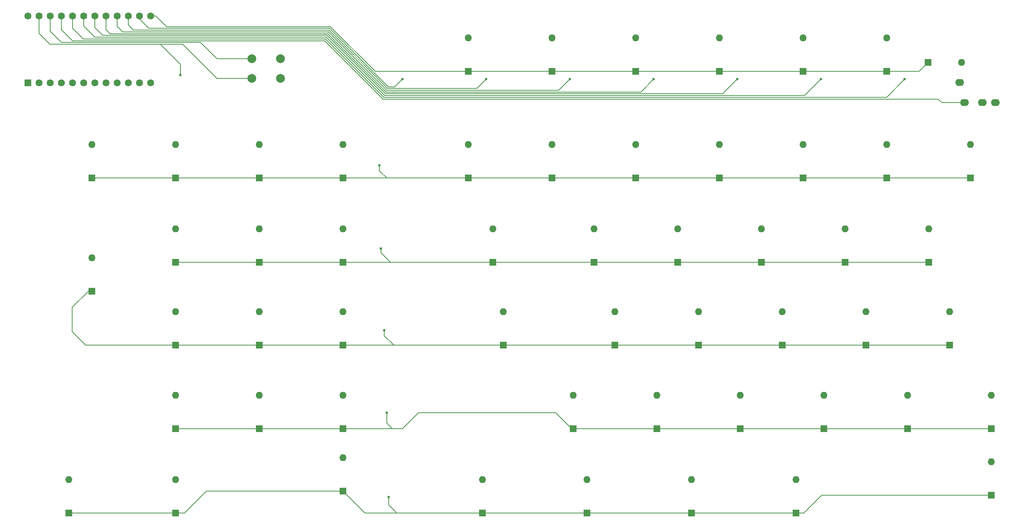
<source format=gbr>
%TF.GenerationSoftware,KiCad,Pcbnew,7.0.5*%
%TF.CreationDate,2023-06-22T07:55:22+00:00*%
%TF.ProjectId,Entry-left,456e7472-792d-46c6-9566-742e6b696361,rev?*%
%TF.SameCoordinates,Original*%
%TF.FileFunction,Copper,L1,Top*%
%TF.FilePolarity,Positive*%
%FSLAX46Y46*%
G04 Gerber Fmt 4.6, Leading zero omitted, Abs format (unit mm)*
G04 Created by KiCad (PCBNEW 7.0.5) date 2023-06-22 07:55:22*
%MOMM*%
%LPD*%
G01*
G04 APERTURE LIST*
%TA.AperFunction,ComponentPad*%
%ADD10C,2.000000*%
%TD*%
%TA.AperFunction,ComponentPad*%
%ADD11O,2.000000X1.600000*%
%TD*%
%TA.AperFunction,ComponentPad*%
%ADD12R,1.600000X1.600000*%
%TD*%
%TA.AperFunction,ComponentPad*%
%ADD13C,1.600000*%
%TD*%
%TA.AperFunction,ComponentPad*%
%ADD14O,1.600000X1.600000*%
%TD*%
%TA.AperFunction,ViaPad*%
%ADD15C,0.600000*%
%TD*%
%TA.AperFunction,Conductor*%
%ADD16C,0.200000*%
%TD*%
G04 APERTURE END LIST*
D10*
%TO.P,RESET1,1,1*%
%TO.N,RESET*%
X80769250Y-42829500D03*
X87269250Y-42829500D03*
%TO.P,RESET1,2,2*%
%TO.N,GND*%
X80769250Y-47329500D03*
X87269250Y-47329500D03*
%TD*%
D11*
%TO.P,U2,1,SLEEVE*%
%TO.N,GND*%
X241906750Y-48210750D03*
%TO.P,U2,2,TIP*%
%TO.N,VCC*%
X243006750Y-52810750D03*
%TO.P,U2,3,RING1*%
%TO.N,SCL*%
X247006750Y-52810750D03*
%TO.P,U2,4,RING2*%
%TO.N,unconnected-(U2-RING2-Pad4)*%
X250006750Y-52810750D03*
%TD*%
D12*
%TO.P,U1,1,TX*%
%TO.N,col1*%
X29780000Y-48320000D03*
D13*
%TO.P,U1,2,RX*%
%TO.N,col2*%
X32320000Y-48320000D03*
%TO.P,U1,3,GND*%
%TO.N,unconnected-(U1-GND-Pad3)*%
X34860000Y-48320000D03*
%TO.P,U1,4,GND*%
%TO.N,unconnected-(U1-GND-Pad4)*%
X37400000Y-48320000D03*
%TO.P,U1,5,SDA*%
%TO.N,col3*%
X39940000Y-48320000D03*
%TO.P,U1,6,SCL*%
%TO.N,SCL*%
X42480000Y-48320000D03*
%TO.P,U1,7,D4*%
%TO.N,col4*%
X45020000Y-48320000D03*
%TO.P,U1,8,C6*%
%TO.N,row2*%
X47560000Y-48320000D03*
%TO.P,U1,9,D7*%
%TO.N,row3*%
X50100000Y-48320000D03*
%TO.P,U1,10,E6*%
%TO.N,row4*%
X52640000Y-48320000D03*
%TO.P,U1,11,B4*%
%TO.N,row5*%
X55180000Y-48320000D03*
%TO.P,U1,12,B5*%
%TO.N,row6*%
X57720000Y-48320000D03*
%TO.P,U1,13,B6*%
%TO.N,row1*%
X57720000Y-33080000D03*
%TO.P,U1,14,B2*%
%TO.N,col5*%
X55180000Y-33080000D03*
%TO.P,U1,15,B3*%
%TO.N,col6*%
X52640000Y-33080000D03*
%TO.P,U1,16,B1*%
%TO.N,col7*%
X50100000Y-33080000D03*
%TO.P,U1,17,F7*%
%TO.N,col8*%
X47560000Y-33080000D03*
%TO.P,U1,18,F6*%
%TO.N,col9*%
X45020000Y-33080000D03*
%TO.P,U1,19,F5*%
%TO.N,col10*%
X42480000Y-33080000D03*
%TO.P,U1,20,F4*%
%TO.N,col11*%
X39940000Y-33080000D03*
%TO.P,U1,21,VCC*%
%TO.N,VCC*%
X37400000Y-33080000D03*
%TO.P,U1,22,RST*%
%TO.N,RESET*%
X34860000Y-33080000D03*
%TO.P,U1,23,GND*%
%TO.N,GND*%
X32320000Y-33080000D03*
%TO.P,U1,24,RAW*%
%TO.N,unconnected-(U1-RAW-Pad24)*%
X29780000Y-33080000D03*
%TD*%
D12*
%TO.P,D33,1,K*%
%TO.N,row3*%
X158628500Y-89187000D03*
D14*
%TO.P,D33,2,A*%
%TO.N,Net-(D33-A)*%
X158628500Y-81567000D03*
%TD*%
D12*
%TO.P,D38,1,K*%
%TO.N,row4*%
X137997500Y-108073500D03*
D14*
%TO.P,D38,2,A*%
%TO.N,Net-(D38-A)*%
X137997500Y-100453500D03*
%TD*%
D12*
%TO.P,D22,1,K*%
%TO.N,row1*%
X206238500Y-45702000D03*
D14*
%TO.P,D22,2,A*%
%TO.N,Net-(D22-A)*%
X206238500Y-38082000D03*
%TD*%
D12*
%TO.P,D30,1,K*%
%TO.N,row2*%
X225282500Y-69985500D03*
D14*
%TO.P,D30,2,A*%
%TO.N,Net-(D30-A)*%
X225282500Y-62365500D03*
%TD*%
D12*
%TO.P,D12,1,K*%
%TO.N,row5*%
X63408500Y-127117500D03*
D14*
%TO.P,D12,2,A*%
%TO.N,Net-(D12-A)*%
X63408500Y-119497500D03*
%TD*%
D12*
%TO.P,D48,1,K*%
%TO.N,row5*%
X230043500Y-127117500D03*
D14*
%TO.P,D48,2,A*%
%TO.N,Net-(D48-A)*%
X230043500Y-119497500D03*
%TD*%
D12*
%TO.P,D54,1,K*%
%TO.N,row6*%
X249087500Y-142250000D03*
D14*
%TO.P,D54,2,A*%
%TO.N,Net-(D54-A)*%
X249087500Y-134630000D03*
%TD*%
D12*
%TO.P,D52,1,K*%
%TO.N,row6*%
X180846500Y-146319000D03*
D14*
%TO.P,D52,2,A*%
%TO.N,Net-(D52-A)*%
X180846500Y-138699000D03*
%TD*%
D12*
%TO.P,D53,1,K*%
%TO.N,row6*%
X204651500Y-146319000D03*
D14*
%TO.P,D53,2,A*%
%TO.N,Net-(D53-A)*%
X204651500Y-138699000D03*
%TD*%
D12*
%TO.P,D23,1,K*%
%TO.N,row1*%
X225282500Y-45702000D03*
D14*
%TO.P,D23,2,A*%
%TO.N,Net-(D23-A)*%
X225282500Y-38082000D03*
%TD*%
D12*
%TO.P,D25,1,K*%
%TO.N,row2*%
X130062500Y-69985500D03*
D14*
%TO.P,D25,2,A*%
%TO.N,Net-(D25-A)*%
X130062500Y-62365500D03*
%TD*%
D12*
%TO.P,D50,1,K*%
%TO.N,row6*%
X133236500Y-146319000D03*
D14*
%TO.P,D50,2,A*%
%TO.N,Net-(D50-A)*%
X133236500Y-138699000D03*
%TD*%
D12*
%TO.P,D31,1,K*%
%TO.N,row2*%
X244326500Y-69985500D03*
D14*
%TO.P,D31,2,A*%
%TO.N,Net-(D31-A)*%
X244326500Y-62365500D03*
%TD*%
D12*
%TO.P,D26,1,K*%
%TO.N,row2*%
X149106500Y-69985500D03*
D14*
%TO.P,D26,2,A*%
%TO.N,Net-(D26-A)*%
X149106500Y-62365500D03*
%TD*%
D12*
%TO.P,D2,1,K*%
%TO.N,row2*%
X63408500Y-69985500D03*
D14*
%TO.P,D2,2,A*%
%TO.N,Net-(D2-A)*%
X63408500Y-62365500D03*
%TD*%
D12*
%TO.P,D46,1,K*%
%TO.N,row5*%
X191955500Y-127117500D03*
D14*
%TO.P,D46,2,A*%
%TO.N,Net-(D46-A)*%
X191955500Y-119497500D03*
%TD*%
D12*
%TO.P,D40,1,K*%
%TO.N,row4*%
X182433500Y-108073500D03*
D14*
%TO.P,D40,2,A*%
%TO.N,Net-(D40-A)*%
X182433500Y-100453500D03*
%TD*%
D12*
%TO.P,D13,1,K*%
%TO.N,row5*%
X82452500Y-127117500D03*
D14*
%TO.P,D13,2,A*%
%TO.N,Net-(D13-A)*%
X82452500Y-119497500D03*
%TD*%
D12*
%TO.P,D35,1,K*%
%TO.N,row3*%
X196716500Y-89187000D03*
D14*
%TO.P,D35,2,A*%
%TO.N,Net-(D35-A)*%
X196716500Y-81567000D03*
%TD*%
D12*
%TO.P,D36,1,K*%
%TO.N,row3*%
X215760500Y-89187000D03*
D14*
%TO.P,D36,2,A*%
%TO.N,Net-(D36-A)*%
X215760500Y-81567000D03*
%TD*%
D12*
%TO.P,D4,1,K*%
%TO.N,row2*%
X101496500Y-69985500D03*
D14*
%TO.P,D4,2,A*%
%TO.N,Net-(D4-A)*%
X101496500Y-62365500D03*
%TD*%
D12*
%TO.P,D45,1,K*%
%TO.N,row5*%
X172911500Y-127117500D03*
D14*
%TO.P,D45,2,A*%
%TO.N,Net-(D45-A)*%
X172911500Y-119497500D03*
%TD*%
D12*
%TO.P,D18,1,K*%
%TO.N,row1*%
X130062500Y-45702000D03*
D14*
%TO.P,D18,2,A*%
%TO.N,Net-(D18-A)*%
X130062500Y-38082000D03*
%TD*%
D12*
%TO.P,D51,1,K*%
%TO.N,row6*%
X157041500Y-146319000D03*
D14*
%TO.P,D51,2,A*%
%TO.N,Net-(D51-A)*%
X157041500Y-138699000D03*
%TD*%
D12*
%TO.P,D28,1,K*%
%TO.N,row2*%
X187194500Y-69985500D03*
D14*
%TO.P,D28,2,A*%
%TO.N,Net-(D28-A)*%
X187194500Y-62365500D03*
%TD*%
D12*
%TO.P,D42,1,K*%
%TO.N,row4*%
X220521500Y-108073500D03*
D14*
%TO.P,D42,2,A*%
%TO.N,Net-(D42-A)*%
X220521500Y-100453500D03*
%TD*%
D12*
%TO.P,D3,1,K*%
%TO.N,row2*%
X82452500Y-69985500D03*
D14*
%TO.P,D3,2,A*%
%TO.N,Net-(D3-A)*%
X82452500Y-62365500D03*
%TD*%
D12*
%TO.P,D24,1,K*%
%TO.N,row1*%
X234670000Y-43670000D03*
D14*
%TO.P,D24,2,A*%
%TO.N,Net-(D24-A)*%
X242290000Y-43670000D03*
%TD*%
D12*
%TO.P,D44,1,K*%
%TO.N,row5*%
X153867500Y-127117500D03*
D14*
%TO.P,D44,2,A*%
%TO.N,Net-(D44-A)*%
X153867500Y-119497500D03*
%TD*%
D12*
%TO.P,D8,1,K*%
%TO.N,row4*%
X44364500Y-95768750D03*
D14*
%TO.P,D8,2,A*%
%TO.N,Net-(D8-A)*%
X44364500Y-88148750D03*
%TD*%
D12*
%TO.P,D47,1,K*%
%TO.N,row5*%
X210999500Y-127117500D03*
D14*
%TO.P,D47,2,A*%
%TO.N,Net-(D47-A)*%
X210999500Y-119497500D03*
%TD*%
D12*
%TO.P,D37,1,K*%
%TO.N,row3*%
X234804500Y-89187000D03*
D14*
%TO.P,D37,2,A*%
%TO.N,Net-(D37-A)*%
X234804500Y-81567000D03*
%TD*%
D12*
%TO.P,D14,1,K*%
%TO.N,row5*%
X101496500Y-127117500D03*
D14*
%TO.P,D14,2,A*%
%TO.N,Net-(D14-A)*%
X101496500Y-119497500D03*
%TD*%
D12*
%TO.P,D20,1,K*%
%TO.N,row1*%
X168150500Y-45702000D03*
D14*
%TO.P,D20,2,A*%
%TO.N,Net-(D20-A)*%
X168150500Y-38082000D03*
%TD*%
D12*
%TO.P,D19,1,K*%
%TO.N,row1*%
X149106500Y-45702000D03*
D14*
%TO.P,D19,2,A*%
%TO.N,Net-(D19-A)*%
X149106500Y-38082000D03*
%TD*%
D12*
%TO.P,D21,1,K*%
%TO.N,row1*%
X187194500Y-45702000D03*
D14*
%TO.P,D21,2,A*%
%TO.N,Net-(D21-A)*%
X187194500Y-38082000D03*
%TD*%
D12*
%TO.P,D7,1,K*%
%TO.N,row3*%
X101496500Y-89187000D03*
D14*
%TO.P,D7,2,A*%
%TO.N,Net-(D7-A)*%
X101496500Y-81567000D03*
%TD*%
D12*
%TO.P,D39,1,K*%
%TO.N,row4*%
X163389500Y-108073500D03*
D14*
%TO.P,D39,2,A*%
%TO.N,Net-(D39-A)*%
X163389500Y-100453500D03*
%TD*%
D12*
%TO.P,D49,1,K*%
%TO.N,row5*%
X249087500Y-127117500D03*
D14*
%TO.P,D49,2,A*%
%TO.N,Net-(D49-A)*%
X249087500Y-119497500D03*
%TD*%
D12*
%TO.P,D10,1,K*%
%TO.N,row4*%
X82452500Y-108073500D03*
D14*
%TO.P,D10,2,A*%
%TO.N,Net-(D10-A)*%
X82452500Y-100453500D03*
%TD*%
D12*
%TO.P,D29,1,K*%
%TO.N,row2*%
X206238500Y-69985500D03*
D14*
%TO.P,D29,2,A*%
%TO.N,Net-(D29-A)*%
X206238500Y-62365500D03*
%TD*%
D12*
%TO.P,D32,1,K*%
%TO.N,row3*%
X135617000Y-89187000D03*
D14*
%TO.P,D32,2,A*%
%TO.N,Net-(D32-A)*%
X135617000Y-81567000D03*
%TD*%
D12*
%TO.P,D41,1,K*%
%TO.N,row4*%
X201477500Y-108073500D03*
D14*
%TO.P,D41,2,A*%
%TO.N,Net-(D41-A)*%
X201477500Y-100453500D03*
%TD*%
D12*
%TO.P,D17,1,K*%
%TO.N,row6*%
X101496500Y-141319000D03*
D14*
%TO.P,D17,2,A*%
%TO.N,Net-(D17-A)*%
X101496500Y-133699000D03*
%TD*%
D12*
%TO.P,D34,1,K*%
%TO.N,row3*%
X177672500Y-89187000D03*
D14*
%TO.P,D34,2,A*%
%TO.N,Net-(D34-A)*%
X177672500Y-81567000D03*
%TD*%
D12*
%TO.P,D5,1,K*%
%TO.N,row3*%
X63408500Y-89187000D03*
D14*
%TO.P,D5,2,A*%
%TO.N,Net-(D5-A)*%
X63408500Y-81567000D03*
%TD*%
D12*
%TO.P,D16,1,K*%
%TO.N,row6*%
X63408500Y-146319000D03*
D14*
%TO.P,D16,2,A*%
%TO.N,Net-(D16-A)*%
X63408500Y-138699000D03*
%TD*%
D12*
%TO.P,D15,1,K*%
%TO.N,row6*%
X39059250Y-146319000D03*
D14*
%TO.P,D15,2,A*%
%TO.N,Net-(D15-A)*%
X39059250Y-138699000D03*
%TD*%
D12*
%TO.P,D9,1,K*%
%TO.N,row4*%
X63408500Y-108073500D03*
D14*
%TO.P,D9,2,A*%
%TO.N,Net-(D9-A)*%
X63408500Y-100453500D03*
%TD*%
D12*
%TO.P,D27,1,K*%
%TO.N,row2*%
X168150500Y-69985500D03*
D14*
%TO.P,D27,2,A*%
%TO.N,Net-(D27-A)*%
X168150500Y-62365500D03*
%TD*%
D12*
%TO.P,D6,1,K*%
%TO.N,row3*%
X82452500Y-89187000D03*
D14*
%TO.P,D6,2,A*%
%TO.N,Net-(D6-A)*%
X82452500Y-81567000D03*
%TD*%
D12*
%TO.P,D43,1,K*%
%TO.N,row4*%
X239565500Y-108073500D03*
D14*
%TO.P,D43,2,A*%
%TO.N,Net-(D43-A)*%
X239565500Y-100453500D03*
%TD*%
D12*
%TO.P,D1,1,K*%
%TO.N,row2*%
X44364500Y-69985500D03*
D14*
%TO.P,D1,2,A*%
%TO.N,Net-(D1-A)*%
X44364500Y-62365500D03*
%TD*%
D12*
%TO.P,D11,1,K*%
%TO.N,row4*%
X101496500Y-108073500D03*
D14*
%TO.P,D11,2,A*%
%TO.N,Net-(D11-A)*%
X101496500Y-100453500D03*
%TD*%
D15*
%TO.N,row2*%
X109809250Y-67108750D03*
%TO.N,row3*%
X110109250Y-86048750D03*
%TO.N,row4*%
X110909250Y-104658750D03*
%TO.N,row5*%
X111479250Y-123488750D03*
%TO.N,row6*%
X111879250Y-142738750D03*
%TO.N,col5*%
X115034250Y-47500000D03*
%TO.N,col10*%
X210284250Y-47500000D03*
%TO.N,col11*%
X229334250Y-47500000D03*
%TO.N,col6*%
X134084250Y-47500000D03*
%TO.N,col7*%
X153134250Y-47500000D03*
%TO.N,col8*%
X172184250Y-47500000D03*
%TO.N,col9*%
X191234250Y-47500000D03*
%TO.N,GND*%
X64500000Y-46500000D03*
%TD*%
D16*
%TO.N,row2*%
X44364500Y-69985500D02*
X44364500Y-70300500D01*
X44364500Y-69985500D02*
X111449250Y-69985500D01*
X109809250Y-67108750D02*
X109809250Y-68345500D01*
X109809250Y-68345500D02*
X111449250Y-69985500D01*
X44364500Y-70300500D02*
X44679500Y-69985500D01*
X111449250Y-69985500D02*
X244326500Y-69985500D01*
%TO.N,row3*%
X110109250Y-86967000D02*
X112329250Y-89187000D01*
X110109250Y-86048750D02*
X110109250Y-86967000D01*
X234804500Y-89187000D02*
X112329250Y-89187000D01*
X112329250Y-89187000D02*
X63408500Y-89187000D01*
%TO.N,row4*%
X39839250Y-105028750D02*
X42884000Y-108073500D01*
X110909250Y-104658750D02*
X110909250Y-105933500D01*
X43549250Y-95768750D02*
X39839250Y-99478750D01*
X239565500Y-108073500D02*
X113049250Y-108073500D01*
X42884000Y-108073500D02*
X63408500Y-108073500D01*
X113049250Y-108073500D02*
X63408500Y-108073500D01*
X44364500Y-95768750D02*
X43549250Y-95768750D01*
X39839250Y-99478750D02*
X39839250Y-105028750D01*
X110909250Y-105933500D02*
X113049250Y-108073500D01*
%TO.N,row5*%
X111479250Y-123488750D02*
X111479250Y-125867500D01*
X118653000Y-123465000D02*
X115000500Y-127117500D01*
X101496500Y-127117500D02*
X63408500Y-127117500D01*
X115000500Y-127117500D02*
X112729250Y-127117500D01*
X149900000Y-123465000D02*
X118653000Y-123465000D01*
X153552500Y-127117500D02*
X149900000Y-123465000D01*
X153867500Y-127117500D02*
X153552500Y-127117500D01*
X112729250Y-127117500D02*
X101496500Y-127117500D01*
X249087500Y-127117500D02*
X153867500Y-127117500D01*
X111479250Y-125867500D02*
X112729250Y-127117500D01*
%TO.N,row6*%
X106506250Y-146328750D02*
X101496500Y-141319000D01*
X111879250Y-142738750D02*
X111879250Y-144459000D01*
X206396000Y-146319000D02*
X204651500Y-146319000D01*
X210465000Y-142250000D02*
X206396000Y-146319000D01*
X70389000Y-141319000D02*
X65389000Y-146319000D01*
X106506250Y-146328750D02*
X106516000Y-146319000D01*
X101496500Y-141319000D02*
X70389000Y-141319000D01*
X65389000Y-146319000D02*
X63408500Y-146319000D01*
X106516000Y-146319000D02*
X113739250Y-146319000D01*
X249250000Y-142250000D02*
X210465000Y-142250000D01*
X39059250Y-146319000D02*
X63408500Y-146319000D01*
X111879250Y-144459000D02*
X113739250Y-146319000D01*
X113739250Y-146319000D02*
X204651500Y-146319000D01*
%TO.N,row1*%
X108847486Y-45702000D02*
X98645486Y-35500000D01*
X58920000Y-33080000D02*
X57720000Y-33080000D01*
X130062500Y-45702000D02*
X108847486Y-45702000D01*
X130062500Y-45702000D02*
X232638000Y-45702000D01*
X61340000Y-35500000D02*
X58920000Y-33080000D01*
X232638000Y-45702000D02*
X234670000Y-43670000D01*
X98645486Y-35500000D02*
X61340000Y-35500000D01*
%TO.N,col5*%
X57300000Y-35900000D02*
X55180000Y-33780000D01*
X55180000Y-33780000D02*
X55180000Y-33080000D01*
X113300000Y-49200000D02*
X111779802Y-49200000D01*
X115000000Y-47500000D02*
X113300000Y-49200000D01*
X115034250Y-47500000D02*
X115000000Y-47500000D01*
X111779802Y-49200000D02*
X98479802Y-35900000D01*
X98479802Y-35900000D02*
X57300000Y-35900000D01*
%TO.N,col10*%
X42480000Y-35380000D02*
X42480000Y-33080000D01*
X206584250Y-51200000D02*
X110951372Y-51200000D01*
X97651372Y-37900000D02*
X45000000Y-37900000D01*
X45000000Y-37900000D02*
X42480000Y-35380000D01*
X210284250Y-47500000D02*
X206584250Y-51200000D01*
X110951372Y-51200000D02*
X97651372Y-37900000D01*
%TO.N,col11*%
X42400000Y-38300000D02*
X39940000Y-35840000D01*
X225234250Y-51600000D02*
X110785686Y-51600000D01*
X39940000Y-35840000D02*
X39940000Y-33080000D01*
X229334250Y-47500000D02*
X225234250Y-51600000D01*
X110785686Y-51600000D02*
X97485686Y-38300000D01*
X97485686Y-38300000D02*
X42400000Y-38300000D01*
%TO.N,VCC*%
X110620000Y-52000000D02*
X97320000Y-38700000D01*
X37400000Y-36200000D02*
X37400000Y-33080000D01*
X237810750Y-52810750D02*
X237000000Y-52000000D01*
X39900000Y-38700000D02*
X37400000Y-36200000D01*
X97320000Y-38700000D02*
X39900000Y-38700000D01*
X243006750Y-52810750D02*
X237810750Y-52810750D01*
X237000000Y-52000000D02*
X110620000Y-52000000D01*
%TO.N,RESET*%
X34860000Y-33080000D02*
X34860000Y-36560000D01*
X72829500Y-42829500D02*
X80769250Y-42829500D01*
X37400000Y-39100000D02*
X69100000Y-39100000D01*
X69100000Y-39100000D02*
X72829500Y-42829500D01*
X34860000Y-36560000D02*
X37400000Y-39100000D01*
%TO.N,col6*%
X52640000Y-35140000D02*
X52640000Y-33080000D01*
X98314116Y-36300000D02*
X53800000Y-36300000D01*
X111614116Y-49600000D02*
X98314116Y-36300000D01*
X134084250Y-47500000D02*
X131984250Y-49600000D01*
X131984250Y-49600000D02*
X111614116Y-49600000D01*
X53800000Y-36300000D02*
X52640000Y-35140000D01*
%TO.N,col7*%
X111448430Y-50000000D02*
X98148430Y-36700000D01*
X50100000Y-35400000D02*
X50100000Y-33080000D01*
X153134250Y-47500000D02*
X150634250Y-50000000D01*
X98148430Y-36700000D02*
X51400000Y-36700000D01*
X51400000Y-36700000D02*
X50100000Y-35400000D01*
X150634250Y-50000000D02*
X111448430Y-50000000D01*
%TO.N,col8*%
X97982744Y-37100000D02*
X48500000Y-37100000D01*
X48500000Y-37100000D02*
X47560000Y-36160000D01*
X172184250Y-47500000D02*
X169284250Y-50400000D01*
X47560000Y-36160000D02*
X47560000Y-33080000D01*
X169284250Y-50400000D02*
X111282744Y-50400000D01*
X111282744Y-50400000D02*
X97982744Y-37100000D01*
%TO.N,col9*%
X46800000Y-37500000D02*
X45020000Y-35720000D01*
X187934250Y-50800000D02*
X111117058Y-50800000D01*
X191234250Y-47500000D02*
X187934250Y-50800000D01*
X45020000Y-35720000D02*
X45020000Y-33080000D01*
X97817058Y-37500000D02*
X46800000Y-37500000D01*
X111117058Y-50800000D02*
X97817058Y-37500000D01*
%TO.N,GND*%
X65000000Y-39500000D02*
X72829500Y-47329500D01*
X34800000Y-39500000D02*
X65000000Y-39500000D01*
X64500000Y-44100000D02*
X64500000Y-46500000D01*
X32320000Y-37020000D02*
X34800000Y-39500000D01*
X32320000Y-33080000D02*
X32320000Y-37020000D01*
X72829500Y-47329500D02*
X80769250Y-47329500D01*
X59900000Y-39500000D02*
X64500000Y-44100000D01*
%TD*%
M02*

</source>
